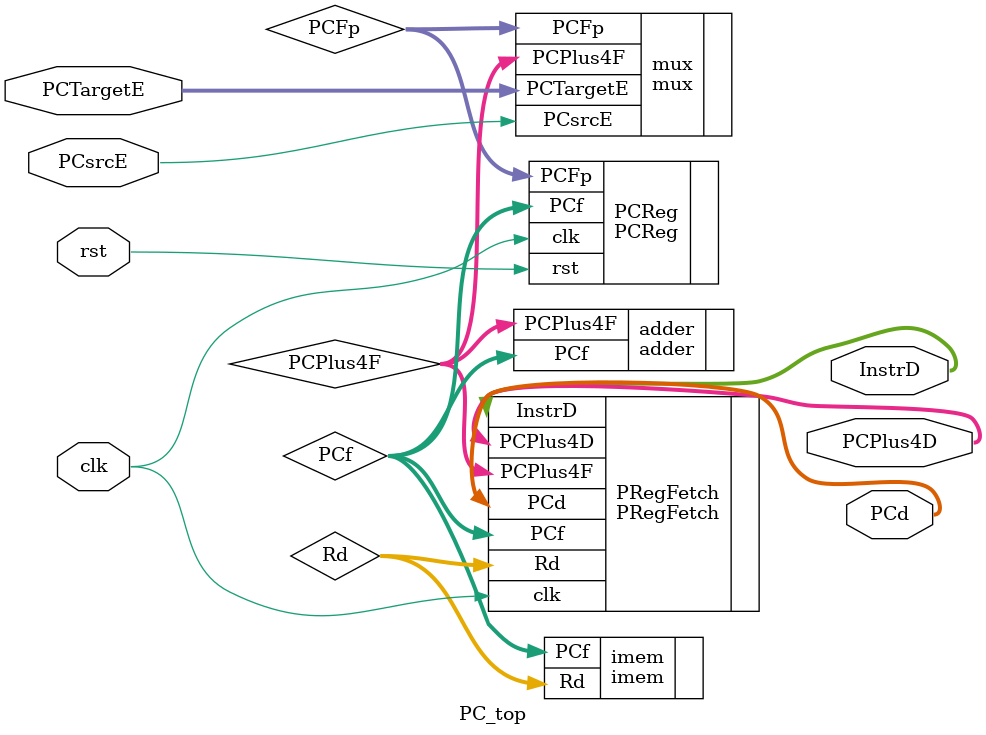
<source format=sv>
module PC_top #(
    parameter DATA_WIDTH = 32
) (
    input   logic                  clk,
    input   logic                  rst,
    input   logic                  PCsrcE,
    input   logic [DATA_WIDTH-1:0] PCTargetE,
    output  logic [DATA_WIDTH-1:0] InstrD,
    output  logic [DATA_WIDTH-1:0] PCd,
    output  logic [DATA_WIDTH-1:0] PCPlus4D

);

    logic [DATA_WIDTH-1:0] PCFp;
    logic [DATA_WIDTH-1:0] PCf;
    logic [DATA_WIDTH-1:0] PCPlus4F;
    logic [DATA_WIDTH-1:0] Rd;

    PCReg PCReg (
        .clk (clk),      
        .rst (rst),    
        .PCFp (PCFp),       
        .PCf (PCf)     	
    );

    mux mux (
        .PCTargetE (PCTargetE),          
        .PCsrcE (PCsrcE),
        .PCPlus4F (PCPlus4F),       
        .PCFp (PCFp)     	
    );

    imem imem (
        .PCf (PCf),          
        .Rd (Rd)  	
    );

    adder adder (
        .PCf (PCf),          
        .PCPlus4F (PCPlus4F)  	
    );

    PRegFetch PRegFetch (
        .clk (clk),
        .Rd (Rd),     
        .PCf (PCf),      
        .PCPlus4F (PCPlus4F),       
        .InstrD (InstrD),
        .PCd (PCd),  
        .PCPlus4D (PCPlus4D)	
    );

endmodule

</source>
